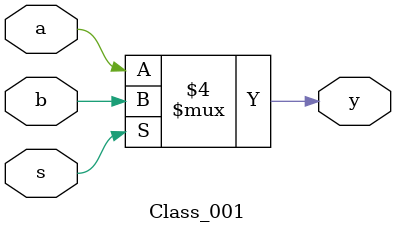
<source format=v>
module Class_001(a, b, s, y);
input a,b,s;
output reg y;

//功能描述
always@(a,b,s)
begin
	if (s==0)
		y = a;
	else
		y = b;
end

endmodule
</source>
